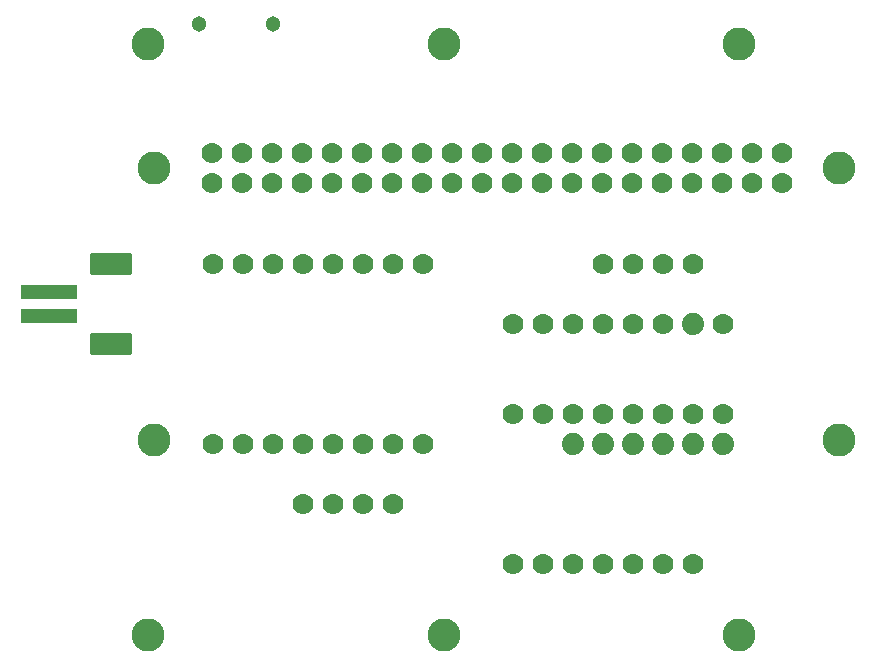
<source format=gbr>
%TF.GenerationSoftware,KiCad,Pcbnew,(6.0.7-1)-1*%
%TF.CreationDate,2022-11-11T20:36:14-08:00*%
%TF.ProjectId,KamiPCBv4,4b616d69-5043-4427-9634-2e6b69636164,rev?*%
%TF.SameCoordinates,Original*%
%TF.FileFunction,Soldermask,Bot*%
%TF.FilePolarity,Negative*%
%FSLAX46Y46*%
G04 Gerber Fmt 4.6, Leading zero omitted, Abs format (unit mm)*
G04 Created by KiCad (PCBNEW (6.0.7-1)-1) date 2022-11-11 20:36:14*
%MOMM*%
%LPD*%
G01*
G04 APERTURE LIST*
G04 Aperture macros list*
%AMRoundRect*
0 Rectangle with rounded corners*
0 $1 Rounding radius*
0 $2 $3 $4 $5 $6 $7 $8 $9 X,Y pos of 4 corners*
0 Add a 4 corners polygon primitive as box body*
4,1,4,$2,$3,$4,$5,$6,$7,$8,$9,$2,$3,0*
0 Add four circle primitives for the rounded corners*
1,1,$1+$1,$2,$3*
1,1,$1+$1,$4,$5*
1,1,$1+$1,$6,$7*
1,1,$1+$1,$8,$9*
0 Add four rect primitives between the rounded corners*
20,1,$1+$1,$2,$3,$4,$5,0*
20,1,$1+$1,$4,$5,$6,$7,0*
20,1,$1+$1,$6,$7,$8,$9,0*
20,1,$1+$1,$8,$9,$2,$3,0*%
G04 Aperture macros list end*
%ADD10C,1.778000*%
%ADD11C,2.800000*%
%ADD12C,1.879600*%
%ADD13C,1.301600*%
%ADD14RoundRect,0.101600X-2.300000X0.500000X-2.300000X-0.500000X2.300000X-0.500000X2.300000X0.500000X0*%
%ADD15RoundRect,0.101600X-1.700000X-0.800000X1.700000X-0.800000X1.700000X0.800000X-1.700000X0.800000X0*%
G04 APERTURE END LIST*
D10*
%TO.C,*%
X160020000Y-127000000D03*
%TD*%
%TO.C,*%
X162560000Y-127000000D03*
%TD*%
%TO.C,*%
X165100000Y-127000000D03*
%TD*%
%TO.C,*%
X152400000Y-127000000D03*
%TD*%
%TO.C,*%
X154940000Y-127000000D03*
%TD*%
%TO.C,*%
X157480000Y-127000000D03*
%TD*%
%TO.C,*%
X149860000Y-127000000D03*
%TD*%
%TO.C,RPI1*%
X172630757Y-92233271D03*
X172630757Y-94773271D03*
X170090757Y-92233271D03*
X170090757Y-94773271D03*
X167550757Y-92233271D03*
X167550757Y-94773271D03*
X165010757Y-92233271D03*
X165010757Y-94773271D03*
X162470757Y-92233271D03*
X162470757Y-94773271D03*
X159930757Y-92233271D03*
X159930757Y-94773271D03*
X157390757Y-92233271D03*
X157390757Y-94773271D03*
X154850757Y-92233271D03*
X154850757Y-94773271D03*
X152310757Y-92233271D03*
X152310757Y-94773271D03*
X149770757Y-92233271D03*
X149770757Y-94773271D03*
X147230757Y-92233271D03*
X147230757Y-94773271D03*
X144690757Y-92233271D03*
X144690757Y-94773271D03*
X142150757Y-92233271D03*
X142150757Y-94773271D03*
X139610757Y-92233271D03*
X139610757Y-94773271D03*
X137070757Y-92233271D03*
X137070757Y-94773271D03*
X134530757Y-92233271D03*
X134530757Y-94773271D03*
X131990757Y-92233271D03*
X131990757Y-94773271D03*
X129450757Y-92233271D03*
X129450757Y-94773271D03*
X126910757Y-92233271D03*
X126910757Y-94773271D03*
X124370757Y-92233271D03*
X124370757Y-94773271D03*
D11*
X177500757Y-93503271D03*
X177500757Y-116503271D03*
X119500757Y-116503271D03*
X119500757Y-93503271D03*
%TD*%
%TO.C,*%
X119000800Y-83003300D03*
%TD*%
D12*
%TO.C,*%
X154940000Y-116840000D03*
%TD*%
%TO.C,*%
X160020000Y-116840000D03*
%TD*%
%TO.C,*%
X165100000Y-116840000D03*
%TD*%
D10*
%TO.C,*%
X149860000Y-114300000D03*
%TD*%
%TO.C,*%
X137160000Y-101600000D03*
%TD*%
D11*
%TO.C,*%
X144000800Y-83003300D03*
%TD*%
D10*
%TO.C,*%
X132080000Y-101600000D03*
%TD*%
%TO.C,*%
X152400000Y-114300000D03*
%TD*%
%TO.C,*%
X149860000Y-106680000D03*
%TD*%
D12*
%TO.C,*%
X165100000Y-106680000D03*
%TD*%
D10*
%TO.C,*%
X154940000Y-114300000D03*
%TD*%
D11*
%TO.C,*%
X169000800Y-133003300D03*
%TD*%
D10*
%TO.C,*%
X137160000Y-116840000D03*
%TD*%
%TO.C,*%
X157480000Y-114300000D03*
%TD*%
%TO.C,*%
X129540000Y-116840000D03*
%TD*%
%TO.C,*%
X137160000Y-121920000D03*
%TD*%
%TO.C,*%
X134620000Y-121920000D03*
%TD*%
%TO.C,*%
X127000000Y-101600000D03*
%TD*%
%TO.C,*%
X124460000Y-116840000D03*
%TD*%
%TO.C,*%
X129540000Y-101600000D03*
%TD*%
%TO.C,*%
X167640000Y-106680000D03*
%TD*%
%TO.C,*%
X154940000Y-106680000D03*
%TD*%
%TO.C,*%
X139700000Y-121920000D03*
%TD*%
%TO.C,*%
X139700000Y-101600000D03*
%TD*%
%TO.C,*%
X124460000Y-101600000D03*
%TD*%
%TO.C,*%
X165100000Y-114300000D03*
%TD*%
%TO.C,*%
X160020000Y-106680000D03*
%TD*%
D12*
%TO.C,*%
X167640000Y-116840000D03*
%TD*%
D13*
%TO.C,*%
X129540000Y-81280000D03*
%TD*%
D10*
%TO.C,*%
X152400000Y-106680000D03*
%TD*%
%TO.C,*%
X160020000Y-114300000D03*
%TD*%
%TO.C,*%
X139700000Y-116840000D03*
%TD*%
%TO.C,*%
X167640000Y-114300000D03*
%TD*%
D11*
%TO.C,*%
X119000800Y-133003300D03*
%TD*%
%TO.C,*%
X144000800Y-133003300D03*
%TD*%
D10*
%TO.C,*%
X134620000Y-116840000D03*
%TD*%
%TO.C,*%
X162560000Y-106680000D03*
%TD*%
%TO.C,*%
X142240000Y-101600000D03*
%TD*%
%TO.C,*%
X162560000Y-101600000D03*
%TD*%
%TO.C,*%
X157480000Y-101600000D03*
%TD*%
%TO.C,*%
X142240000Y-116840000D03*
%TD*%
%TO.C,*%
X162560000Y-114300000D03*
%TD*%
D12*
%TO.C,*%
X157480000Y-116840000D03*
%TD*%
D10*
%TO.C,*%
X160020000Y-101600000D03*
%TD*%
%TO.C,*%
X134620000Y-101600000D03*
%TD*%
%TO.C,*%
X127000000Y-116840000D03*
%TD*%
D12*
%TO.C,*%
X162560000Y-116840000D03*
%TD*%
D10*
%TO.C,*%
X132080000Y-121920000D03*
%TD*%
%TO.C,*%
X132080000Y-116840000D03*
%TD*%
%TO.C,*%
X157480000Y-106680000D03*
%TD*%
D11*
%TO.C,*%
X169000800Y-83003300D03*
%TD*%
D14*
%TO.C,X1*%
X110600000Y-106000000D03*
X110600000Y-104000000D03*
D15*
X115800000Y-101600000D03*
X115800000Y-108400000D03*
%TD*%
D13*
%TO.C,*%
X123290000Y-81280000D03*
%TD*%
D10*
%TO.C,*%
X165100000Y-101600000D03*
%TD*%
M02*

</source>
